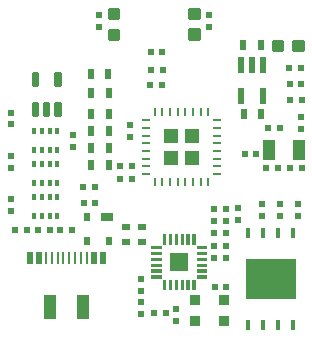
<source format=gbr>
G04 EAGLE Gerber RS-274X export*
G75*
%MOMM*%
%FSLAX34Y34*%
%LPD*%
%INSolderpaste Top*%
%IPPOS*%
%AMOC8*
5,1,8,0,0,1.08239X$1,22.5*%
G01*
%ADD10R,0.600000X0.500000*%
%ADD11R,0.600000X0.900000*%
%ADD12R,0.500000X0.600000*%
%ADD13R,1.000000X1.800000*%
%ADD14R,0.700000X0.250000*%
%ADD15R,0.250000X0.700000*%
%ADD16R,1.300000X1.300000*%
%ADD17R,1.016000X0.711200*%
%ADD18R,0.609600X0.685800*%
%ADD19R,1.580000X1.580000*%
%ADD20C,0.067500*%
%ADD21R,0.800000X0.600000*%
%ADD22R,0.450000X0.950000*%
%ADD23R,4.350000X3.450000*%
%ADD24C,0.300000*%
%ADD25R,0.520000X1.000000*%
%ADD26R,0.270000X1.000000*%
%ADD27R,1.000000X2.000000*%
%ADD28R,0.450000X0.600000*%
%ADD29R,0.890000X0.940000*%
%ADD30R,0.508000X1.320800*%


D10*
X217544Y98106D03*
X217544Y108106D03*
D11*
X107994Y173301D03*
X92994Y173301D03*
D10*
X207400Y106995D03*
X207400Y96995D03*
D12*
X153137Y212039D03*
X143137Y212039D03*
X222792Y153458D03*
X232792Y153458D03*
D11*
X107978Y187764D03*
X92978Y187764D03*
D10*
X197240Y106995D03*
X197240Y96995D03*
X125794Y178347D03*
X125794Y168347D03*
D11*
X108164Y158987D03*
X93164Y158987D03*
X108079Y144759D03*
X93079Y144759D03*
D12*
X241035Y142173D03*
X251035Y142173D03*
X271199Y142133D03*
X261199Y142133D03*
D13*
X268486Y157437D03*
X243486Y157437D03*
D14*
X199440Y136810D03*
X199440Y143310D03*
X199440Y149810D03*
X199440Y156310D03*
X199440Y162810D03*
X199440Y169310D03*
X199440Y175810D03*
X199440Y182310D03*
D15*
X192190Y189560D03*
X185690Y189560D03*
X179190Y189560D03*
X172690Y189560D03*
X166190Y189560D03*
X159690Y189560D03*
X153190Y189560D03*
X146690Y189560D03*
D14*
X139440Y182310D03*
X139440Y175810D03*
X139440Y169310D03*
X139440Y162810D03*
X139440Y156310D03*
X139440Y149810D03*
X139440Y143310D03*
X139440Y136810D03*
D15*
X146690Y129560D03*
X153190Y129560D03*
X159690Y129560D03*
X166190Y129560D03*
X172690Y129560D03*
X179190Y129560D03*
X185690Y129560D03*
X192190Y129560D03*
D16*
X178440Y150560D03*
X178440Y168560D03*
X160440Y168560D03*
X160440Y150560D03*
D17*
X105973Y100467D03*
D18*
X88955Y100467D03*
X88955Y80147D03*
X107751Y80147D03*
D12*
X207472Y40953D03*
X197472Y40953D03*
D19*
X167070Y62405D03*
D20*
X178557Y77792D02*
X178557Y85718D01*
X180583Y85718D01*
X180583Y77792D01*
X178557Y77792D01*
X178557Y78433D02*
X180583Y78433D01*
X180583Y79074D02*
X178557Y79074D01*
X178557Y79715D02*
X180583Y79715D01*
X180583Y80356D02*
X178557Y80356D01*
X178557Y80997D02*
X180583Y80997D01*
X180583Y81638D02*
X178557Y81638D01*
X178557Y82279D02*
X180583Y82279D01*
X180583Y82920D02*
X178557Y82920D01*
X178557Y83561D02*
X180583Y83561D01*
X180583Y84202D02*
X178557Y84202D01*
X178557Y84843D02*
X180583Y84843D01*
X180583Y85484D02*
X178557Y85484D01*
X173557Y85718D02*
X173557Y77792D01*
X173557Y85718D02*
X175583Y85718D01*
X175583Y77792D01*
X173557Y77792D01*
X173557Y78433D02*
X175583Y78433D01*
X175583Y79074D02*
X173557Y79074D01*
X173557Y79715D02*
X175583Y79715D01*
X175583Y80356D02*
X173557Y80356D01*
X173557Y80997D02*
X175583Y80997D01*
X175583Y81638D02*
X173557Y81638D01*
X173557Y82279D02*
X175583Y82279D01*
X175583Y82920D02*
X173557Y82920D01*
X173557Y83561D02*
X175583Y83561D01*
X175583Y84202D02*
X173557Y84202D01*
X173557Y84843D02*
X175583Y84843D01*
X175583Y85484D02*
X173557Y85484D01*
X168557Y85718D02*
X168557Y77792D01*
X168557Y85718D02*
X170583Y85718D01*
X170583Y77792D01*
X168557Y77792D01*
X168557Y78433D02*
X170583Y78433D01*
X170583Y79074D02*
X168557Y79074D01*
X168557Y79715D02*
X170583Y79715D01*
X170583Y80356D02*
X168557Y80356D01*
X168557Y80997D02*
X170583Y80997D01*
X170583Y81638D02*
X168557Y81638D01*
X168557Y82279D02*
X170583Y82279D01*
X170583Y82920D02*
X168557Y82920D01*
X168557Y83561D02*
X170583Y83561D01*
X170583Y84202D02*
X168557Y84202D01*
X168557Y84843D02*
X170583Y84843D01*
X170583Y85484D02*
X168557Y85484D01*
X163557Y85718D02*
X163557Y77792D01*
X163557Y85718D02*
X165583Y85718D01*
X165583Y77792D01*
X163557Y77792D01*
X163557Y78433D02*
X165583Y78433D01*
X165583Y79074D02*
X163557Y79074D01*
X163557Y79715D02*
X165583Y79715D01*
X165583Y80356D02*
X163557Y80356D01*
X163557Y80997D02*
X165583Y80997D01*
X165583Y81638D02*
X163557Y81638D01*
X163557Y82279D02*
X165583Y82279D01*
X165583Y82920D02*
X163557Y82920D01*
X163557Y83561D02*
X165583Y83561D01*
X165583Y84202D02*
X163557Y84202D01*
X163557Y84843D02*
X165583Y84843D01*
X165583Y85484D02*
X163557Y85484D01*
X158557Y85718D02*
X158557Y77792D01*
X158557Y85718D02*
X160583Y85718D01*
X160583Y77792D01*
X158557Y77792D01*
X158557Y78433D02*
X160583Y78433D01*
X160583Y79074D02*
X158557Y79074D01*
X158557Y79715D02*
X160583Y79715D01*
X160583Y80356D02*
X158557Y80356D01*
X158557Y80997D02*
X160583Y80997D01*
X160583Y81638D02*
X158557Y81638D01*
X158557Y82279D02*
X160583Y82279D01*
X160583Y82920D02*
X158557Y82920D01*
X158557Y83561D02*
X160583Y83561D01*
X160583Y84202D02*
X158557Y84202D01*
X158557Y84843D02*
X160583Y84843D01*
X160583Y85484D02*
X158557Y85484D01*
X153557Y85718D02*
X153557Y77792D01*
X153557Y85718D02*
X155583Y85718D01*
X155583Y77792D01*
X153557Y77792D01*
X153557Y78433D02*
X155583Y78433D01*
X155583Y79074D02*
X153557Y79074D01*
X153557Y79715D02*
X155583Y79715D01*
X155583Y80356D02*
X153557Y80356D01*
X153557Y80997D02*
X155583Y80997D01*
X155583Y81638D02*
X153557Y81638D01*
X153557Y82279D02*
X155583Y82279D01*
X155583Y82920D02*
X153557Y82920D01*
X153557Y83561D02*
X155583Y83561D01*
X155583Y84202D02*
X153557Y84202D01*
X153557Y84843D02*
X155583Y84843D01*
X155583Y85484D02*
X153557Y85484D01*
X151683Y73892D02*
X143757Y73892D01*
X143757Y75918D01*
X151683Y75918D01*
X151683Y73892D01*
X151683Y74533D02*
X143757Y74533D01*
X143757Y75174D02*
X151683Y75174D01*
X151683Y75815D02*
X143757Y75815D01*
X143757Y68892D02*
X151683Y68892D01*
X143757Y68892D02*
X143757Y70918D01*
X151683Y70918D01*
X151683Y68892D01*
X151683Y69533D02*
X143757Y69533D01*
X143757Y70174D02*
X151683Y70174D01*
X151683Y70815D02*
X143757Y70815D01*
X143757Y63892D02*
X151683Y63892D01*
X143757Y63892D02*
X143757Y65918D01*
X151683Y65918D01*
X151683Y63892D01*
X151683Y64533D02*
X143757Y64533D01*
X143757Y65174D02*
X151683Y65174D01*
X151683Y65815D02*
X143757Y65815D01*
X143757Y58892D02*
X151683Y58892D01*
X143757Y58892D02*
X143757Y60918D01*
X151683Y60918D01*
X151683Y58892D01*
X151683Y59533D02*
X143757Y59533D01*
X143757Y60174D02*
X151683Y60174D01*
X151683Y60815D02*
X143757Y60815D01*
X143757Y53892D02*
X151683Y53892D01*
X143757Y53892D02*
X143757Y55918D01*
X151683Y55918D01*
X151683Y53892D01*
X151683Y54533D02*
X143757Y54533D01*
X143757Y55174D02*
X151683Y55174D01*
X151683Y55815D02*
X143757Y55815D01*
X143757Y48892D02*
X151683Y48892D01*
X143757Y48892D02*
X143757Y50918D01*
X151683Y50918D01*
X151683Y48892D01*
X151683Y49533D02*
X143757Y49533D01*
X143757Y50174D02*
X151683Y50174D01*
X151683Y50815D02*
X143757Y50815D01*
X153557Y47018D02*
X153557Y39092D01*
X153557Y47018D02*
X155583Y47018D01*
X155583Y39092D01*
X153557Y39092D01*
X153557Y39733D02*
X155583Y39733D01*
X155583Y40374D02*
X153557Y40374D01*
X153557Y41015D02*
X155583Y41015D01*
X155583Y41656D02*
X153557Y41656D01*
X153557Y42297D02*
X155583Y42297D01*
X155583Y42938D02*
X153557Y42938D01*
X153557Y43579D02*
X155583Y43579D01*
X155583Y44220D02*
X153557Y44220D01*
X153557Y44861D02*
X155583Y44861D01*
X155583Y45502D02*
X153557Y45502D01*
X153557Y46143D02*
X155583Y46143D01*
X155583Y46784D02*
X153557Y46784D01*
X158557Y47018D02*
X158557Y39092D01*
X158557Y47018D02*
X160583Y47018D01*
X160583Y39092D01*
X158557Y39092D01*
X158557Y39733D02*
X160583Y39733D01*
X160583Y40374D02*
X158557Y40374D01*
X158557Y41015D02*
X160583Y41015D01*
X160583Y41656D02*
X158557Y41656D01*
X158557Y42297D02*
X160583Y42297D01*
X160583Y42938D02*
X158557Y42938D01*
X158557Y43579D02*
X160583Y43579D01*
X160583Y44220D02*
X158557Y44220D01*
X158557Y44861D02*
X160583Y44861D01*
X160583Y45502D02*
X158557Y45502D01*
X158557Y46143D02*
X160583Y46143D01*
X160583Y46784D02*
X158557Y46784D01*
X163557Y47018D02*
X163557Y39092D01*
X163557Y47018D02*
X165583Y47018D01*
X165583Y39092D01*
X163557Y39092D01*
X163557Y39733D02*
X165583Y39733D01*
X165583Y40374D02*
X163557Y40374D01*
X163557Y41015D02*
X165583Y41015D01*
X165583Y41656D02*
X163557Y41656D01*
X163557Y42297D02*
X165583Y42297D01*
X165583Y42938D02*
X163557Y42938D01*
X163557Y43579D02*
X165583Y43579D01*
X165583Y44220D02*
X163557Y44220D01*
X163557Y44861D02*
X165583Y44861D01*
X165583Y45502D02*
X163557Y45502D01*
X163557Y46143D02*
X165583Y46143D01*
X165583Y46784D02*
X163557Y46784D01*
X168557Y47018D02*
X168557Y39092D01*
X168557Y47018D02*
X170583Y47018D01*
X170583Y39092D01*
X168557Y39092D01*
X168557Y39733D02*
X170583Y39733D01*
X170583Y40374D02*
X168557Y40374D01*
X168557Y41015D02*
X170583Y41015D01*
X170583Y41656D02*
X168557Y41656D01*
X168557Y42297D02*
X170583Y42297D01*
X170583Y42938D02*
X168557Y42938D01*
X168557Y43579D02*
X170583Y43579D01*
X170583Y44220D02*
X168557Y44220D01*
X168557Y44861D02*
X170583Y44861D01*
X170583Y45502D02*
X168557Y45502D01*
X168557Y46143D02*
X170583Y46143D01*
X170583Y46784D02*
X168557Y46784D01*
X173557Y47018D02*
X173557Y39092D01*
X173557Y47018D02*
X175583Y47018D01*
X175583Y39092D01*
X173557Y39092D01*
X173557Y39733D02*
X175583Y39733D01*
X175583Y40374D02*
X173557Y40374D01*
X173557Y41015D02*
X175583Y41015D01*
X175583Y41656D02*
X173557Y41656D01*
X173557Y42297D02*
X175583Y42297D01*
X175583Y42938D02*
X173557Y42938D01*
X173557Y43579D02*
X175583Y43579D01*
X175583Y44220D02*
X173557Y44220D01*
X173557Y44861D02*
X175583Y44861D01*
X175583Y45502D02*
X173557Y45502D01*
X173557Y46143D02*
X175583Y46143D01*
X175583Y46784D02*
X173557Y46784D01*
X178557Y47018D02*
X178557Y39092D01*
X178557Y47018D02*
X180583Y47018D01*
X180583Y39092D01*
X178557Y39092D01*
X178557Y39733D02*
X180583Y39733D01*
X180583Y40374D02*
X178557Y40374D01*
X178557Y41015D02*
X180583Y41015D01*
X180583Y41656D02*
X178557Y41656D01*
X178557Y42297D02*
X180583Y42297D01*
X180583Y42938D02*
X178557Y42938D01*
X178557Y43579D02*
X180583Y43579D01*
X180583Y44220D02*
X178557Y44220D01*
X178557Y44861D02*
X180583Y44861D01*
X180583Y45502D02*
X178557Y45502D01*
X178557Y46143D02*
X180583Y46143D01*
X180583Y46784D02*
X178557Y46784D01*
X182457Y48892D02*
X190383Y48892D01*
X182457Y48892D02*
X182457Y50918D01*
X190383Y50918D01*
X190383Y48892D01*
X190383Y49533D02*
X182457Y49533D01*
X182457Y50174D02*
X190383Y50174D01*
X190383Y50815D02*
X182457Y50815D01*
X182457Y53892D02*
X190383Y53892D01*
X182457Y53892D02*
X182457Y55918D01*
X190383Y55918D01*
X190383Y53892D01*
X190383Y54533D02*
X182457Y54533D01*
X182457Y55174D02*
X190383Y55174D01*
X190383Y55815D02*
X182457Y55815D01*
X182457Y58892D02*
X190383Y58892D01*
X182457Y58892D02*
X182457Y60918D01*
X190383Y60918D01*
X190383Y58892D01*
X190383Y59533D02*
X182457Y59533D01*
X182457Y60174D02*
X190383Y60174D01*
X190383Y60815D02*
X182457Y60815D01*
X182457Y63892D02*
X190383Y63892D01*
X182457Y63892D02*
X182457Y65918D01*
X190383Y65918D01*
X190383Y63892D01*
X190383Y64533D02*
X182457Y64533D01*
X182457Y65174D02*
X190383Y65174D01*
X190383Y65815D02*
X182457Y65815D01*
X182457Y68892D02*
X190383Y68892D01*
X182457Y68892D02*
X182457Y70918D01*
X190383Y70918D01*
X190383Y68892D01*
X190383Y69533D02*
X182457Y69533D01*
X182457Y70174D02*
X190383Y70174D01*
X190383Y70815D02*
X182457Y70815D01*
X182457Y73892D02*
X190383Y73892D01*
X182457Y73892D02*
X182457Y75918D01*
X190383Y75918D01*
X190383Y73892D01*
X190383Y74533D02*
X182457Y74533D01*
X182457Y75174D02*
X190383Y75174D01*
X190383Y75815D02*
X182457Y75815D01*
D10*
X134764Y28504D03*
X134764Y18504D03*
X164569Y22364D03*
X164569Y12364D03*
D12*
X156243Y19482D03*
X146243Y19482D03*
D10*
X134685Y47466D03*
X134685Y37466D03*
D12*
X206900Y75740D03*
X196900Y75740D03*
X206900Y65580D03*
X196900Y65580D03*
X206900Y86980D03*
X196900Y86980D03*
D21*
X136188Y79589D03*
X136188Y91589D03*
X122188Y91589D03*
X122188Y79589D03*
D10*
X237650Y111260D03*
X237650Y101260D03*
X252890Y111260D03*
X252890Y101260D03*
X268130Y111260D03*
X268130Y101260D03*
X25176Y105244D03*
X25176Y115244D03*
X270683Y175254D03*
X270683Y185254D03*
D22*
X226030Y8640D03*
X238730Y8640D03*
X251430Y8640D03*
X264130Y8640D03*
X264130Y86640D03*
X251430Y86640D03*
X238730Y86640D03*
X226030Y86640D03*
D23*
X245080Y47640D03*
D24*
X115781Y275713D02*
X108781Y275713D01*
X115781Y275713D02*
X115781Y268713D01*
X108781Y268713D01*
X108781Y275713D01*
X108781Y271563D02*
X115781Y271563D01*
X115781Y274413D02*
X108781Y274413D01*
X108781Y258173D02*
X115781Y258173D01*
X115781Y251173D01*
X108781Y251173D01*
X108781Y258173D01*
X108781Y254023D02*
X115781Y254023D01*
X115781Y256873D02*
X108781Y256873D01*
X176796Y275803D02*
X183796Y275803D01*
X183796Y268803D01*
X176796Y268803D01*
X176796Y275803D01*
X176796Y271653D02*
X183796Y271653D01*
X183796Y274503D02*
X176796Y274503D01*
X176796Y258263D02*
X183796Y258263D01*
X183796Y251263D01*
X176796Y251263D01*
X176796Y258263D01*
X176796Y254113D02*
X183796Y254113D01*
X183796Y256963D02*
X176796Y256963D01*
D12*
X127549Y143313D03*
X117549Y143313D03*
X127662Y132793D03*
X117662Y132793D03*
X86470Y112090D03*
X96470Y112090D03*
X96216Y125738D03*
X86216Y125738D03*
D10*
X25015Y188704D03*
X25015Y178704D03*
X25176Y152074D03*
X25176Y142074D03*
X77246Y159600D03*
X77246Y169600D03*
X99581Y261162D03*
X99581Y271162D03*
X192996Y261263D03*
X192996Y271263D03*
D12*
X76888Y89637D03*
X66888Y89637D03*
X143256Y240155D03*
X153256Y240155D03*
X261130Y199816D03*
X271130Y199816D03*
X153397Y225000D03*
X143397Y225000D03*
X242786Y175576D03*
X252786Y175576D03*
X38479Y89530D03*
X28479Y89530D03*
X47838Y89540D03*
X57838Y89540D03*
D25*
X40960Y65864D03*
X102960Y65864D03*
X48460Y65864D03*
X95460Y65864D03*
D26*
X54460Y65864D03*
X89460Y65864D03*
X59460Y65864D03*
X64460Y65864D03*
X69460Y65864D03*
X74460Y65864D03*
X79460Y65864D03*
X84460Y65864D03*
D27*
X57960Y23864D03*
X85960Y23864D03*
D28*
X64136Y116974D03*
X57636Y116974D03*
X51136Y116974D03*
X44636Y116974D03*
X44636Y100974D03*
X51136Y100974D03*
X57636Y100974D03*
X64136Y100974D03*
D29*
X205380Y30288D03*
X180580Y30288D03*
X180580Y12588D03*
X205380Y12588D03*
D28*
X64390Y145168D03*
X57890Y145168D03*
X51390Y145168D03*
X44890Y145168D03*
X44890Y129168D03*
X51390Y129168D03*
X57890Y129168D03*
X64390Y129168D03*
X64390Y173108D03*
X57890Y173108D03*
X51390Y173108D03*
X44890Y173108D03*
X44890Y157108D03*
X51390Y157108D03*
X57890Y157108D03*
X64390Y157108D03*
D11*
X92740Y205414D03*
X107740Y205414D03*
X92520Y221649D03*
X107520Y221649D03*
D24*
X47126Y196116D02*
X47126Y186916D01*
X44126Y186916D01*
X44126Y196116D01*
X47126Y196116D01*
X47126Y189766D02*
X44126Y189766D01*
X44126Y192616D02*
X47126Y192616D01*
X47126Y195466D02*
X44126Y195466D01*
X56626Y196116D02*
X56626Y186916D01*
X53626Y186916D01*
X53626Y196116D01*
X56626Y196116D01*
X56626Y189766D02*
X53626Y189766D01*
X53626Y192616D02*
X56626Y192616D01*
X56626Y195466D02*
X53626Y195466D01*
X66126Y196116D02*
X66126Y186916D01*
X63126Y186916D01*
X63126Y196116D01*
X66126Y196116D01*
X66126Y189766D02*
X63126Y189766D01*
X63126Y192616D02*
X66126Y192616D01*
X66126Y195466D02*
X63126Y195466D01*
X66126Y211816D02*
X66126Y221016D01*
X66126Y211816D02*
X63126Y211816D01*
X63126Y221016D01*
X66126Y221016D01*
X66126Y214666D02*
X63126Y214666D01*
X63126Y217516D02*
X66126Y217516D01*
X66126Y220366D02*
X63126Y220366D01*
X47126Y221016D02*
X47126Y211816D01*
X44126Y211816D01*
X44126Y221016D01*
X47126Y221016D01*
X47126Y214666D02*
X44126Y214666D01*
X44126Y217516D02*
X47126Y217516D01*
X47126Y220366D02*
X44126Y220366D01*
D30*
X238606Y228935D03*
X229106Y228935D03*
X219606Y228935D03*
X219606Y203027D03*
X238606Y203027D03*
D12*
X270664Y226327D03*
X260664Y226327D03*
D24*
X247415Y241495D02*
X247415Y248495D01*
X254415Y248495D01*
X254415Y241495D01*
X247415Y241495D01*
X247415Y244345D02*
X254415Y244345D01*
X254415Y247195D02*
X247415Y247195D01*
X264955Y248495D02*
X264955Y241495D01*
X264955Y248495D02*
X271955Y248495D01*
X271955Y241495D01*
X264955Y241495D01*
X264955Y244345D02*
X271955Y244345D01*
X271955Y247195D02*
X264955Y247195D01*
D11*
X221616Y245599D03*
X236616Y245599D03*
X222113Y187267D03*
X237113Y187267D03*
D12*
X270848Y213347D03*
X260848Y213347D03*
M02*

</source>
